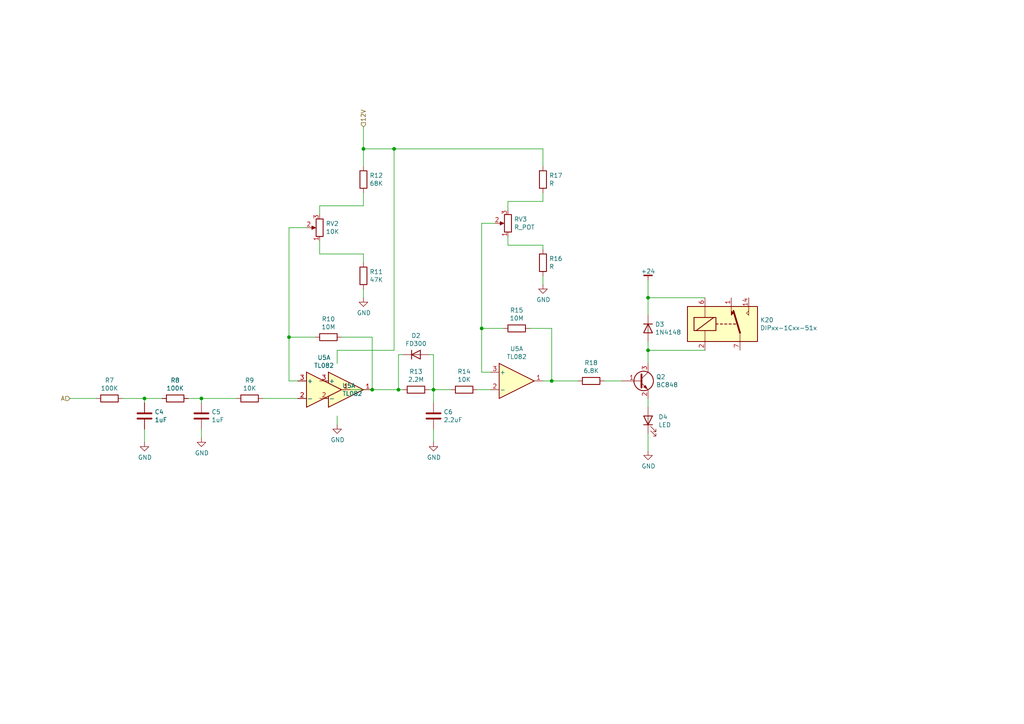
<source format=kicad_sch>
(kicad_sch (version 20210621) (generator eeschema)
  (paper "A4")
  (lib_symbols
    (symbol "Amplifier_Operational:TL082" (pin_names (offset 0.127))
      (property "Reference" "U" (at 0 5.08 0))
      (property "Value" "Amplifier_Operational_TL082" (at 0 -5.08 0))
      (symbol "TL082_1_1"
        (polyline (pts (xy -5.08 5.08) (xy 5.08 0) (xy -5.08 -5.08) (xy -5.08 5.08)) (stroke (width 0.254)) (fill (type background)))
        (pin output line (at 7.62 0 180) (length 2.54) (name "~") (number "1"))
        (pin input line (at -7.62 -2.54 0) (length 2.54) (name "-") (number "2"))
        (pin input line (at -7.62 2.54 0) (length 2.54) (name "+") (number "3"))
      )
      (symbol "TL082_2_1"
        (polyline (pts (xy -5.08 5.08) (xy 5.08 0) (xy -5.08 -5.08) (xy -5.08 5.08)) (stroke (width 0.254)) (fill (type background)))
        (pin input line (at -7.62 2.54 0) (length 2.54) (name "+") (number "5"))
        (pin input line (at -7.62 -2.54 0) (length 2.54) (name "-") (number "6"))
        (pin output line (at 7.62 0 180) (length 2.54) (name "~") (number "7"))
      )
      (symbol "TL082_3_1"
        (pin power_in line (at -2.54 -7.62 90) (length 3.81) (name "V-") (number "4"))
        (pin power_in line (at -2.54 7.62 270) (length 3.81) (name "V+") (number "8"))
      )
    )
    (symbol "Device:C" (pin_numbers hide) (pin_names (offset 0.254))
      (property "Reference" "C" (at 0.635 2.54 0))
      (property "Value" "Device_C" (at 0.635 -2.54 0))
      (symbol "C_0_1"
        (polyline (pts (xy -2.032 -0.762) (xy 2.032 -0.762)) (stroke (width 0.508)))
        (polyline (pts (xy -2.032 0.762) (xy 2.032 0.762)) (stroke (width 0.508)))
      )
      (symbol "C_1_1"
        (pin passive line (at 0 3.81 270) (length 2.794) (name "~") (number "1"))
        (pin passive line (at 0 -3.81 90) (length 2.794) (name "~") (number "2"))
      )
    )
    (symbol "Device:D" (pin_numbers hide) (pin_names (offset 1.016) hide)
      (property "Reference" "D" (at 0 2.54 0))
      (property "Value" "Device_D" (at 0 -2.54 0))
      (symbol "D_0_1"
        (polyline (pts (xy -1.27 1.27) (xy -1.27 -1.27)) (stroke (width 0.254)))
        (polyline (pts (xy 1.27 0) (xy -1.27 0)))
        (polyline (pts (xy 1.27 1.27) (xy 1.27 -1.27) (xy -1.27 0) (xy 1.27 1.27)) (stroke (width 0.254)))
      )
      (symbol "D_1_1"
        (pin passive line (at -3.81 0 0) (length 2.54) (name "K") (number "1"))
        (pin passive line (at 3.81 0 180) (length 2.54) (name "A") (number "2"))
      )
    )
    (symbol "Device:LED" (pin_numbers hide) (pin_names (offset 1.016) hide)
      (property "Reference" "D" (at 0 2.54 0))
      (property "Value" "Device_LED" (at 0 -2.54 0))
      (symbol "LED_0_1"
        (polyline (pts (xy -1.27 -1.27) (xy -1.27 1.27)) (stroke (width 0.254)))
        (polyline (pts (xy -1.27 0) (xy 1.27 0)))
        (polyline (pts (xy 1.27 -1.27) (xy 1.27 1.27) (xy -1.27 0) (xy 1.27 -1.27)) (stroke (width 0.254)))
        (polyline (pts (xy -3.048 -0.762) (xy -4.572 -2.286) (xy -3.81 -2.286) (xy -4.572 -2.286) (xy -4.572 -1.524)))
        (polyline (pts (xy -1.778 -0.762) (xy -3.302 -2.286) (xy -2.54 -2.286) (xy -3.302 -2.286) (xy -3.302 -1.524)))
      )
      (symbol "LED_1_1"
        (pin passive line (at -3.81 0 0) (length 2.54) (name "K") (number "1"))
        (pin passive line (at 3.81 0 180) (length 2.54) (name "A") (number "2"))
      )
    )
    (symbol "Device:R" (pin_numbers hide) (pin_names (offset 0))
      (property "Reference" "R" (at 2.032 0 90))
      (property "Value" "Device_R" (at 0 0 90))
      (symbol "R_0_1"
        (rectangle (start -1.016 -2.54) (end 1.016 2.54) (stroke (width 0.254)))
      )
      (symbol "R_1_1"
        (pin passive line (at 0 3.81 270) (length 1.27) (name "~") (number "1"))
        (pin passive line (at 0 -3.81 90) (length 1.27) (name "~") (number "2"))
      )
    )
    (symbol "Device:R_POT" (pin_names (offset 1.016) hide)
      (property "Reference" "RV" (at -4.445 0 90))
      (property "Value" "Device_R_POT" (at -2.54 0 90))
      (symbol "R_POT_0_1"
        (polyline (pts (xy 2.54 0) (xy 1.524 0)))
        (polyline (pts (xy 1.143 0) (xy 2.286 0.508) (xy 2.286 -0.508) (xy 1.143 0)) (fill (type outline)))
        (rectangle (start 1.016 2.54) (end -1.016 -2.54) (stroke (width 0.254)))
      )
      (symbol "R_POT_1_1"
        (pin passive line (at 0 3.81 270) (length 1.27) (name "1") (number "1"))
        (pin passive line (at 3.81 0 180) (length 1.27) (name "2") (number "2"))
        (pin passive line (at 0 -3.81 90) (length 1.27) (name "3") (number "3"))
      )
    )
    (symbol "Diode:1N4148" (pin_numbers hide) (pin_names (offset 1.016) hide)
      (property "Reference" "D" (at 0 2.54 0))
      (property "Value" "Diode_1N4148" (at 0 -2.54 0))
      (symbol "1N4148_0_1"
        (polyline (pts (xy -1.27 1.27) (xy -1.27 -1.27)) (stroke (width 0.254)))
        (polyline (pts (xy 1.27 0) (xy -1.27 0)))
        (polyline (pts (xy 1.27 1.27) (xy 1.27 -1.27) (xy -1.27 0) (xy 1.27 1.27)) (stroke (width 0.254)))
      )
      (symbol "1N4148_1_1"
        (pin passive line (at -3.81 0 0) (length 2.54) (name "K") (number "1"))
        (pin passive line (at 3.81 0 180) (length 2.54) (name "A") (number "2"))
      )
    )
    (symbol "Relay:DIPxx-1Cxx-51x"
      (property "Reference" "K" (at 11.43 3.81 0))
      (property "Value" "Relay_DIPxx-1Cxx-51x" (at 11.43 1.27 0))
      (symbol "DIPxx-1Cxx-51x_0_0"
        (polyline (pts (xy 2.54 5.08) (xy 2.54 2.54) (xy 3.175 3.175) (xy 2.54 3.81)) (fill (type outline)))
        (polyline (pts (xy 7.62 5.08) (xy 7.62 2.54) (xy 6.985 3.175) (xy 7.62 3.81)))
      )
      (symbol "DIPxx-1Cxx-51x_0_1"
        (rectangle (start -10.16 5.08) (end 10.16 -5.08) (stroke (width 0.254)) (fill (type background)))
        (rectangle (start -8.255 1.905) (end -1.905 -1.905) (stroke (width 0.254)))
        (polyline (pts (xy -7.62 -1.905) (xy -2.54 1.905)) (stroke (width 0.254)))
        (polyline (pts (xy -5.08 -5.08) (xy -5.08 -1.905)))
        (polyline (pts (xy -5.08 5.08) (xy -5.08 1.905)))
        (polyline (pts (xy -1.905 0) (xy -1.27 0)) (stroke (width 0.254)))
        (polyline (pts (xy -0.635 0) (xy 0 0)) (stroke (width 0.254)))
        (polyline (pts (xy 0.635 0) (xy 1.27 0)) (stroke (width 0.254)))
        (polyline (pts (xy 1.905 0) (xy 2.54 0)) (stroke (width 0.254)))
        (polyline (pts (xy 3.175 0) (xy 3.81 0)) (stroke (width 0.254)))
        (polyline (pts (xy 5.08 -2.54) (xy 3.175 3.81)) (stroke (width 0.508)))
        (polyline (pts (xy 5.08 -2.54) (xy 5.08 -5.08)))
      )
      (symbol "DIPxx-1Cxx-51x_1_1"
        (pin passive line (at 2.54 7.62 270) (length 2.54) (name "~") (number "1"))
        (pin passive line (at 7.62 7.62 270) (length 2.54) (name "~") (number "14"))
        (pin passive line (at -5.08 -7.62 90) (length 2.54) (name "~") (number "2"))
        (pin passive line (at -5.08 7.62 270) (length 2.54) (name "~") (number "6"))
        (pin passive line (at 5.08 -7.62 90) (length 2.54) (name "~") (number "7"))
        (pin passive line (at 5.08 -7.62 90) (length 2.54) hide (name "~") (number "8"))
      )
    )
    (symbol "Transistor_BJT:BC848" (pin_names (offset 0) hide)
      (property "Reference" "Q" (at 5.08 1.905 0))
      (property "Value" "Transistor_BJT_BC848" (at 5.08 0 0))
      (symbol "BC848_0_1"
        (polyline (pts (xy 0.635 0.635) (xy 2.54 2.54)))
        (polyline (pts (xy 0.635 -0.635) (xy 2.54 -2.54) (xy 2.54 -2.54)))
        (polyline (pts (xy 0.635 1.905) (xy 0.635 -1.905) (xy 0.635 -1.905)) (stroke (width 0.508)))
        (polyline (pts (xy 1.27 -1.778) (xy 1.778 -1.27) (xy 2.286 -2.286) (xy 1.27 -1.778) (xy 1.27 -1.778)) (fill (type outline)))
        (circle (center 1.27 0) (radius 2.8194) (stroke (width 0.254)))
      )
      (symbol "BC848_1_1"
        (pin input line (at -5.08 0 0) (length 5.715) (name "B") (number "1"))
        (pin passive line (at 2.54 -5.08 90) (length 2.54) (name "E") (number "2"))
        (pin passive line (at 2.54 5.08 270) (length 2.54) (name "C") (number "3"))
      )
    )
    (symbol "power1:+24" (power) (pin_names (offset 0))
      (property "Value" "+24" (at 0 2.54 0))
      (symbol "+24_0_1"
        (polyline (pts (xy 0 0.762) (xy 0 0)))
        (polyline (pts (xy 0 1.27) (xy 0 0.762)))
        (polyline (pts (xy -1.27 1.524) (xy 1.27 1.524) (xy 1.27 1.27) (xy -1.27 1.27) (xy -1.27 1.524)) (fill (type outline)))
      )
      (symbol "+24_1_1"
        (pin power_in line (at 0 0 90) (length 0) hide (name "+24") (number "1"))
      )
    )
    (symbol "power:GND" (power) (pin_names (offset 0))
      (property "Value" "power_GND" (at 0 -3.81 0))
      (symbol "GND_0_1"
        (polyline (pts (xy 0 0) (xy 0 -1.27) (xy 1.27 -1.27) (xy 0 -2.54) (xy -1.27 -1.27) (xy 0 -1.27)))
      )
      (symbol "GND_1_1"
        (pin power_in line (at 0 0 270) (length 0) hide (name "GND") (number "1"))
      )
    )
  )
  (junction (at 114.3 43.18))
  (junction (at 187.96 101.6))
  (junction (at 58.42 115.57))
  (junction (at 115.57 113.03))
  (junction (at 125.73 113.03))
  (junction (at 105.41 43.18))
  (junction (at 41.91 115.57))
  (junction (at 160.02 110.49))
  (junction (at 83.82 97.79))
  (junction (at 139.7 95.25))
  (junction (at 187.96 86.36))
  (junction (at 107.95 113.03))
  (wire (pts (xy 88.9 66.04) (xy 83.82 66.04)))
  (wire (pts (xy 204.47 101.6) (xy 187.96 101.6)))
  (wire (pts (xy 83.82 110.49) (xy 83.82 97.79)))
  (wire (pts (xy 125.73 128.27) (xy 125.73 124.46)))
  (wire (pts (xy 92.71 73.66) (xy 105.41 73.66)))
  (wire (pts (xy 147.32 68.58) (xy 147.32 71.12)))
  (wire (pts (xy 58.42 115.57) (xy 68.58 115.57)))
  (wire (pts (xy 125.73 113.03) (xy 125.73 116.84)))
  (wire (pts (xy 105.41 86.36) (xy 105.41 83.82)))
  (wire (pts (xy 105.41 43.18) (xy 114.3 43.18)))
  (wire (pts (xy 147.32 71.12) (xy 157.48 71.12)))
  (wire (pts (xy 97.79 123.19) (xy 97.79 120.65)))
  (wire (pts (xy 54.61 115.57) (xy 58.42 115.57)))
  (wire (pts (xy 157.48 80.01) (xy 157.48 82.55)))
  (wire (pts (xy 92.71 62.23) (xy 92.71 59.69)))
  (wire (pts (xy 187.96 130.81) (xy 187.96 125.73)))
  (wire (pts (xy 114.3 43.18) (xy 157.48 43.18)))
  (wire (pts (xy 124.46 113.03) (xy 125.73 113.03)))
  (wire (pts (xy 187.96 81.28) (xy 187.96 86.36)))
  (wire (pts (xy 105.41 73.66) (xy 105.41 76.2)))
  (wire (pts (xy 83.82 66.04) (xy 83.82 97.79)))
  (wire (pts (xy 41.91 115.57) (xy 46.99 115.57)))
  (wire (pts (xy 97.79 105.41) (xy 97.79 101.6)))
  (wire (pts (xy 20.32 115.57) (xy 27.94 115.57)))
  (wire (pts (xy 175.26 110.49) (xy 180.34 110.49)))
  (wire (pts (xy 58.42 115.57) (xy 58.42 116.84)))
  (wire (pts (xy 187.96 86.36) (xy 187.96 91.44)))
  (wire (pts (xy 41.91 116.84) (xy 41.91 115.57)))
  (wire (pts (xy 157.48 43.18) (xy 157.48 48.26)))
  (wire (pts (xy 92.71 59.69) (xy 105.41 59.69)))
  (wire (pts (xy 139.7 107.95) (xy 142.24 107.95)))
  (wire (pts (xy 160.02 110.49) (xy 157.48 110.49)))
  (wire (pts (xy 167.64 110.49) (xy 160.02 110.49)))
  (wire (pts (xy 105.41 59.69) (xy 105.41 55.88)))
  (wire (pts (xy 153.67 95.25) (xy 160.02 95.25)))
  (wire (pts (xy 187.96 118.11) (xy 187.96 115.57)))
  (wire (pts (xy 139.7 64.77) (xy 139.7 95.25)))
  (wire (pts (xy 115.57 102.87) (xy 115.57 113.03)))
  (wire (pts (xy 86.36 110.49) (xy 83.82 110.49)))
  (wire (pts (xy 124.46 102.87) (xy 125.73 102.87)))
  (wire (pts (xy 138.43 113.03) (xy 142.24 113.03)))
  (wire (pts (xy 35.56 115.57) (xy 41.91 115.57)))
  (wire (pts (xy 146.05 95.25) (xy 139.7 95.25)))
  (wire (pts (xy 160.02 95.25) (xy 160.02 110.49)))
  (wire (pts (xy 105.41 43.18) (xy 105.41 48.26)))
  (wire (pts (xy 125.73 102.87) (xy 125.73 113.03)))
  (wire (pts (xy 115.57 113.03) (xy 116.84 113.03)))
  (wire (pts (xy 187.96 105.41) (xy 187.96 101.6)))
  (wire (pts (xy 147.32 60.96) (xy 147.32 58.42)))
  (wire (pts (xy 105.41 36.83) (xy 105.41 43.18)))
  (wire (pts (xy 99.06 97.79) (xy 107.95 97.79)))
  (wire (pts (xy 107.95 97.79) (xy 107.95 113.03)))
  (wire (pts (xy 139.7 95.25) (xy 139.7 107.95)))
  (wire (pts (xy 204.47 86.36) (xy 187.96 86.36)))
  (wire (pts (xy 41.91 128.27) (xy 41.91 124.46)))
  (wire (pts (xy 157.48 58.42) (xy 157.48 55.88)))
  (wire (pts (xy 107.95 113.03) (xy 101.6 113.03)))
  (wire (pts (xy 143.51 64.77) (xy 139.7 64.77)))
  (wire (pts (xy 147.32 58.42) (xy 157.48 58.42)))
  (wire (pts (xy 92.71 69.85) (xy 92.71 73.66)))
  (wire (pts (xy 58.42 127) (xy 58.42 124.46)))
  (wire (pts (xy 83.82 97.79) (xy 91.44 97.79)))
  (wire (pts (xy 157.48 71.12) (xy 157.48 72.39)))
  (wire (pts (xy 114.3 101.6) (xy 114.3 43.18)))
  (wire (pts (xy 125.73 113.03) (xy 130.81 113.03)))
  (wire (pts (xy 76.2 115.57) (xy 86.36 115.57)))
  (wire (pts (xy 116.84 102.87) (xy 115.57 102.87)))
  (wire (pts (xy 107.95 113.03) (xy 115.57 113.03)))
  (wire (pts (xy 187.96 101.6) (xy 187.96 99.06)))
  (wire (pts (xy 97.79 101.6) (xy 114.3 101.6)))
  (hierarchical_label "A" (shape input) (at 20.32 115.57 180))
  (hierarchical_label "12V" (shape input) (at 105.41 36.83 90))
  (symbol (lib_id "Device:R") (at 31.75 115.57 270) (unit 1)
    (property "Reference" "R7" (at 31.75 110.3122 90))
    (property "Value" "100K" (at 31.75 112.6236 90))
    (property "Footprint" "Resistor_SMD:R_0603_1608Metric_Pad0.98x0.95mm_HandSolder" (effects hide))
  )
  (symbol (lib_id "Device:C") (at 41.91 120.65 0) (unit 1)
    (property "Reference" "C4" (at 44.831 119.4816 0) (effects (justify left)))
    (property "Value" "1uF" (at 44.831 121.793 0) (effects (justify left)))
    (property "Footprint" "Capacitor_SMD:C_0603_1608Metric_Pad1.08x0.95mm_HandSolder" (effects hide))
  )
  (symbol (lib_id "Device:R") (at 50.8 115.57 270) (unit 1)
    (property "Reference" "R8" (at 50.8 110.3122 90))
    (property "Value" "100K" (at 50.8 112.6236 90))
    (property "Footprint" "Resistor_SMD:R_0603_1608Metric_Pad0.98x0.95mm_HandSolder" (effects hide))
  )
  (symbol (lib_id "Device:C") (at 58.42 120.65 0) (unit 1)
    (property "Reference" "C5" (at 61.341 119.4816 0) (effects (justify left)))
    (property "Value" "1uF" (at 61.341 121.793 0) (effects (justify left)))
    (property "Footprint" "Capacitor_SMD:C_0603_1608Metric_Pad1.08x0.95mm_HandSolder" (effects hide))
  )
  (symbol (lib_id "power:GND") (at 58.42 127 0) (unit 1)
    (property "Reference" "#PWR0116" (effects hide))
    (property "Value" "GND" (at 58.547 131.3942 0))
  )
  (symbol (lib_id "power:GND") (at 41.91 128.27 0) (unit 1)
    (property "Reference" "#PWR0117" (effects hide))
    (property "Value" "GND" (at 42.037 132.6642 0))
  )
  (symbol (lib_id "Device:R") (at 105.41 52.07 0) (unit 1)
    (property "Reference" "R12" (at 107.188 50.9016 0) (effects (justify left)))
    (property "Value" "68K" (at 107.188 53.213 0) (effects (justify left)))
    (property "Footprint" "Resistor_SMD:R_0603_1608Metric_Pad0.98x0.95mm_HandSolder" (effects hide))
  )
  (symbol (lib_id "power:GND") (at 105.41 86.36 0) (unit 1)
    (property "Reference" "#PWR0118" (effects hide))
    (property "Value" "GND" (at 105.537 90.7542 0))
  )
  (symbol (lib_id "Relay:DIPxx-1Cxx-51x") (at 209.55 93.98 0) (unit 1)
    (property "Reference" "K20" (at 220.472 92.8116 0) (effects (justify left)))
    (property "Value" "DIPxx-1Cxx-51x" (at 220.472 95.123 0) (effects (justify left)))
    (property "Footprint" "Relay_THT:Relay_StandexMeder_DIP_LowProfile" (effects hide))
    (property "Datasheet" "https://standexelectronics.com/wp-content/uploads/datasheet_reed_relay_DIP.pdf" (effects hide))
  )
  (symbol (lib_id "Device:R") (at 120.65 113.03 270) (unit 1)
    (property "Reference" "R13" (at 120.65 107.7722 90))
    (property "Value" "2.2M" (at 120.65 110.0836 90))
    (property "Footprint" "Resistor_SMD:R_0603_1608Metric_Pad0.98x0.95mm_HandSolder" (effects hide))
  )
  (symbol (lib_id "Device:D") (at 120.65 102.87 0) (unit 1)
    (property "Reference" "D2" (at 120.65 97.3582 0))
    (property "Value" "FD300" (at 120.65 99.6696 0))
    (property "Footprint" "Diode_SMD:D_0603_1608Metric_Pad1.05x0.95mm_HandSolder" (effects hide))
  )
  (symbol (lib_id "Device:C") (at 125.73 120.65 0) (unit 1)
    (property "Reference" "C6" (at 128.651 119.4816 0) (effects (justify left)))
    (property "Value" "2.2uF" (at 128.651 121.793 0) (effects (justify left)))
    (property "Footprint" "Capacitor_SMD:C_0603_1608Metric_Pad1.08x0.95mm_HandSolder" (effects hide))
  )
  (symbol (lib_id "Device:R") (at 134.62 113.03 270) (unit 1)
    (property "Reference" "R14" (at 134.62 107.7722 90))
    (property "Value" "10K" (at 134.62 110.0836 90))
    (property "Footprint" "Resistor_SMD:R_0603_1608Metric_Pad0.98x0.95mm_HandSolder" (effects hide))
  )
  (symbol (lib_id "Device:R") (at 149.86 95.25 270) (unit 1)
    (property "Reference" "R15" (at 149.86 89.9922 90))
    (property "Value" "10M" (at 149.86 92.3036 90))
    (property "Footprint" "Resistor_SMD:R_0603_1608Metric_Pad0.98x0.95mm_HandSolder" (effects hide))
  )
  (symbol (lib_id "Device:R_POT") (at 147.32 64.77 180) (unit 1)
    (property "Reference" "RV3" (at 149.098 63.6016 0) (effects (justify right)))
    (property "Value" "R_POT" (at 149.098 65.913 0) (effects (justify right)))
    (property "Footprint" "Potentiometer_SMD:Potentiometer_Vishay_TS53YL_Vertical" (effects hide))
    (property "Datasheet" "https://www.vishay.com/docs/51008/ts53.pdf" (effects hide))
  )
  (symbol (lib_id "Device:R") (at 157.48 76.2 0) (unit 1)
    (property "Reference" "R16" (at 159.258 75.0316 0) (effects (justify left)))
    (property "Value" "R" (at 159.258 77.343 0) (effects (justify left)))
    (property "Footprint" "Resistor_SMD:R_0603_1608Metric_Pad0.98x0.95mm_HandSolder" (effects hide))
  )
  (symbol (lib_id "power:GND") (at 125.73 128.27 0) (unit 1)
    (property "Reference" "#PWR0120" (effects hide))
    (property "Value" "GND" (at 125.857 132.6642 0))
  )
  (symbol (lib_id "Amplifier_Operational:TL082") (at 100.33 113.03 0) (unit 1)
    (property "Reference" "U5" (at 99.2632 111.8616 0) (effects (justify left)))
    (property "Value" "TL082" (at 99.2632 114.173 0) (effects (justify left)))
    (property "Footprint" "Package_SO:SOIC-8-1EP_3.9x4.9mm_P1.27mm_EP2.29x3mm" (effects hide))
    (property "Datasheet" "https://www.digikey.com/es/products/detail/texas-instruments/TL082CDE4/13472954" (effects hide))
  )
  (symbol (lib_id "power:GND") (at 97.79 123.19 0) (unit 1)
    (property "Reference" "#PWR0121" (effects hide))
    (property "Value" "GND" (at 97.917 127.5842 0))
  )
  (symbol (lib_id "Device:R") (at 171.45 110.49 90) (unit 1)
    (property "Reference" "R18" (at 171.45 105.2322 90))
    (property "Value" "6.8K" (at 171.45 107.5436 90))
    (property "Footprint" "Resistor_SMD:R_0603_1608Metric_Pad0.98x0.95mm_HandSolder" (effects hide))
  )
  (symbol (lib_id "Device:R") (at 72.39 115.57 270) (unit 1)
    (property "Reference" "R9" (at 72.39 110.3122 90))
    (property "Value" "10K" (at 72.39 112.6236 90))
    (property "Footprint" "Resistor_SMD:R_0603_1608Metric_Pad0.98x0.95mm_HandSolder" (effects hide))
  )
  (symbol (lib_id "Amplifier_Operational:TL082") (at 149.86 110.49 0) (unit 1)
    (property "Reference" "U5" (at 149.86 101.1682 0))
    (property "Value" "TL082" (at 149.86 103.4796 0))
    (property "Footprint" "Package_SO:SOIC-8-1EP_3.9x4.9mm_P1.27mm_EP2.29x3mm" (effects hide))
    (property "Datasheet" "https://www.digikey.com/es/products/detail/texas-instruments/TL082CDE4/13472954" (effects hide))
  )
  (symbol (lib_id "Amplifier_Operational:TL082") (at 93.98 113.03 0) (unit 1)
    (property "Reference" "U5" (at 93.98 103.7082 0))
    (property "Value" "TL082" (at 93.98 106.0196 0))
    (property "Footprint" "Package_SO:SOIC-8-1EP_3.9x4.9mm_P1.27mm_EP2.29x3mm" (effects hide))
    (property "Datasheet" "https://www.digikey.com/es/products/detail/texas-instruments/TL082CDE4/13472954" (effects hide))
  )
  (symbol (lib_id "Device:R") (at 95.25 97.79 270) (unit 1)
    (property "Reference" "R10" (at 95.25 92.5322 90))
    (property "Value" "10M" (at 95.25 94.8436 90))
    (property "Footprint" "Resistor_SMD:R_0603_1608Metric_Pad0.98x0.95mm_HandSolder" (effects hide))
  )
  (symbol (lib_id "Device:R_POT") (at 92.71 66.04 180) (unit 1)
    (property "Reference" "RV2" (at 94.488 64.8716 0) (effects (justify right)))
    (property "Value" "10K" (at 94.488 67.183 0) (effects (justify right)))
    (property "Footprint" "Potentiometer_SMD:Potentiometer_Vishay_TS53YL_Vertical" (effects hide))
    (property "Datasheet" "https://www.vishay.com/docs/51008/ts53.pdf" (effects hide))
  )
  (symbol (lib_id "Device:R") (at 105.41 80.01 0) (unit 1)
    (property "Reference" "R11" (at 107.188 78.8416 0) (effects (justify left)))
    (property "Value" "47K" (at 107.188 81.153 0) (effects (justify left)))
    (property "Footprint" "Resistor_SMD:R_0603_1608Metric_Pad0.98x0.95mm_HandSolder" (effects hide))
  )
  (symbol (lib_id "Device:R") (at 157.48 52.07 0) (unit 1)
    (property "Reference" "R17" (at 159.258 50.9016 0) (effects (justify left)))
    (property "Value" "R" (at 159.258 53.213 0) (effects (justify left)))
    (property "Footprint" "Resistor_SMD:R_0603_1608Metric_Pad0.98x0.95mm_HandSolder" (effects hide))
  )
  (symbol (lib_id "power:GND") (at 157.48 82.55 0) (unit 1)
    (property "Reference" "#PWR0119" (effects hide))
    (property "Value" "GND" (at 157.607 86.9442 0))
  )
  (symbol (lib_id "Transistor_BJT:BC848") (at 185.42 110.49 0) (unit 1)
    (property "Reference" "Q2" (at 190.2714 109.3216 0) (effects (justify left)))
    (property "Value" "BC848" (at 190.2714 111.633 0) (effects (justify left)))
    (property "Footprint" "Package_TO_SOT_SMD:SOT-23" (effects hide))
    (property "Datasheet" "http://www.infineon.com/dgdl/Infineon-BC847SERIES_BC848SERIES_BC849SERIES_BC850SERIES-DS-v01_01-en.pdf?fileId=db3a304314dca389011541d4630a1657" (effects hide))
  )
  (symbol (lib_id "Device:LED") (at 187.96 121.92 90) (unit 1)
    (property "Reference" "D4" (at 190.9572 120.9294 90) (effects (justify right)))
    (property "Value" "LED" (at 190.9572 123.2408 90) (effects (justify right)))
    (property "Footprint" "LED_SMD:LED_1206_3216Metric" (effects hide))
    (property "Datasheet" "https://www.aopled.com/AOP_PDFs/L152L-LIC.pdf" (effects hide))
  )
  (symbol (lib_id "power:GND") (at 187.96 130.81 0) (unit 1)
    (property "Reference" "#PWR0122" (effects hide))
    (property "Value" "GND" (at 188.087 135.2042 0))
  )
  (symbol (lib_id "Diode:1N4148") (at 187.96 95.25 270) (unit 1)
    (property "Reference" "D3" (at 189.992 94.0816 90) (effects (justify left)))
    (property "Value" "1N4148" (at 189.992 96.393 90) (effects (justify left)))
    (property "Footprint" "Diode_SMD:D_SOD-323" (effects hide))
    (property "Datasheet" "https://www.diodes.com/assets/Datasheets/1N4148WSF.pdf" (effects hide))
  )
  (symbol (lib_id "power1:+24") (at 187.96 81.28 0) (unit 1)
    (property "Reference" "#PWR?" (effects hide))
    (property "Value" "+24" (at 187.96 78.6915 0))
  )
)
</source>
